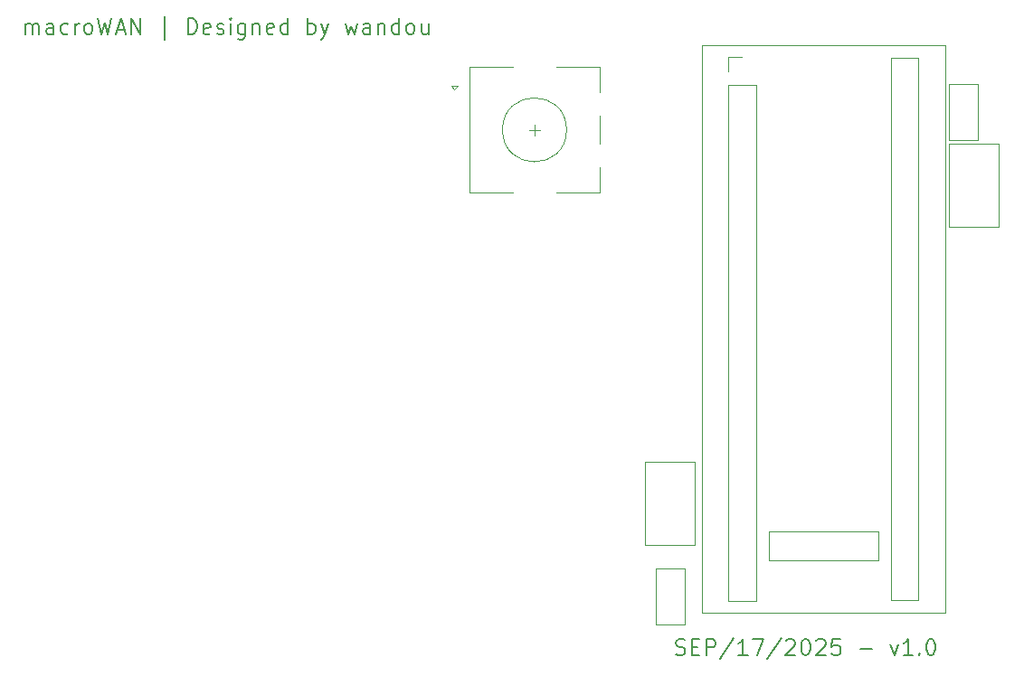
<source format=gto>
G04 #@! TF.GenerationSoftware,KiCad,Pcbnew,9.0.2*
G04 #@! TF.CreationDate,2025-09-21T22:05:50-04:00*
G04 #@! TF.ProjectId,vWAN-macropad,7657414e-2d6d-4616-9372-6f7061642e6b,v1*
G04 #@! TF.SameCoordinates,Original*
G04 #@! TF.FileFunction,Legend,Top*
G04 #@! TF.FilePolarity,Positive*
%FSLAX46Y46*%
G04 Gerber Fmt 4.6, Leading zero omitted, Abs format (unit mm)*
G04 Created by KiCad (PCBNEW 9.0.2) date 2025-09-21 22:05:50*
%MOMM*%
%LPD*%
G01*
G04 APERTURE LIST*
%ADD10C,0.187500*%
%ADD11C,0.120000*%
%ADD12C,2.200000*%
%ADD13C,1.600000*%
%ADD14R,1.700000X1.700000*%
%ADD15C,1.700000*%
%ADD16O,3.200000X2.000000*%
%ADD17R,2.000000X2.000000*%
%ADD18C,2.000000*%
%ADD19O,1.700000X1.700000*%
%ADD20C,1.701800*%
%ADD21C,3.000000*%
%ADD22C,3.987800*%
%ADD23R,1.600000X1.600000*%
%ADD24O,1.600000X1.600000*%
G04 APERTURE END LIST*
D10*
X129004497Y-78673678D02*
X129004497Y-77673678D01*
X129004497Y-77816535D02*
X129075926Y-77745107D01*
X129075926Y-77745107D02*
X129218783Y-77673678D01*
X129218783Y-77673678D02*
X129433069Y-77673678D01*
X129433069Y-77673678D02*
X129575926Y-77745107D01*
X129575926Y-77745107D02*
X129647355Y-77887964D01*
X129647355Y-77887964D02*
X129647355Y-78673678D01*
X129647355Y-77887964D02*
X129718783Y-77745107D01*
X129718783Y-77745107D02*
X129861640Y-77673678D01*
X129861640Y-77673678D02*
X130075926Y-77673678D01*
X130075926Y-77673678D02*
X130218783Y-77745107D01*
X130218783Y-77745107D02*
X130290212Y-77887964D01*
X130290212Y-77887964D02*
X130290212Y-78673678D01*
X131647355Y-78673678D02*
X131647355Y-77887964D01*
X131647355Y-77887964D02*
X131575926Y-77745107D01*
X131575926Y-77745107D02*
X131433069Y-77673678D01*
X131433069Y-77673678D02*
X131147355Y-77673678D01*
X131147355Y-77673678D02*
X131004497Y-77745107D01*
X131647355Y-78602250D02*
X131504497Y-78673678D01*
X131504497Y-78673678D02*
X131147355Y-78673678D01*
X131147355Y-78673678D02*
X131004497Y-78602250D01*
X131004497Y-78602250D02*
X130933069Y-78459392D01*
X130933069Y-78459392D02*
X130933069Y-78316535D01*
X130933069Y-78316535D02*
X131004497Y-78173678D01*
X131004497Y-78173678D02*
X131147355Y-78102250D01*
X131147355Y-78102250D02*
X131504497Y-78102250D01*
X131504497Y-78102250D02*
X131647355Y-78030821D01*
X133004498Y-78602250D02*
X132861640Y-78673678D01*
X132861640Y-78673678D02*
X132575926Y-78673678D01*
X132575926Y-78673678D02*
X132433069Y-78602250D01*
X132433069Y-78602250D02*
X132361640Y-78530821D01*
X132361640Y-78530821D02*
X132290212Y-78387964D01*
X132290212Y-78387964D02*
X132290212Y-77959392D01*
X132290212Y-77959392D02*
X132361640Y-77816535D01*
X132361640Y-77816535D02*
X132433069Y-77745107D01*
X132433069Y-77745107D02*
X132575926Y-77673678D01*
X132575926Y-77673678D02*
X132861640Y-77673678D01*
X132861640Y-77673678D02*
X133004498Y-77745107D01*
X133647354Y-78673678D02*
X133647354Y-77673678D01*
X133647354Y-77959392D02*
X133718783Y-77816535D01*
X133718783Y-77816535D02*
X133790212Y-77745107D01*
X133790212Y-77745107D02*
X133933069Y-77673678D01*
X133933069Y-77673678D02*
X134075926Y-77673678D01*
X134790211Y-78673678D02*
X134647354Y-78602250D01*
X134647354Y-78602250D02*
X134575925Y-78530821D01*
X134575925Y-78530821D02*
X134504497Y-78387964D01*
X134504497Y-78387964D02*
X134504497Y-77959392D01*
X134504497Y-77959392D02*
X134575925Y-77816535D01*
X134575925Y-77816535D02*
X134647354Y-77745107D01*
X134647354Y-77745107D02*
X134790211Y-77673678D01*
X134790211Y-77673678D02*
X135004497Y-77673678D01*
X135004497Y-77673678D02*
X135147354Y-77745107D01*
X135147354Y-77745107D02*
X135218783Y-77816535D01*
X135218783Y-77816535D02*
X135290211Y-77959392D01*
X135290211Y-77959392D02*
X135290211Y-78387964D01*
X135290211Y-78387964D02*
X135218783Y-78530821D01*
X135218783Y-78530821D02*
X135147354Y-78602250D01*
X135147354Y-78602250D02*
X135004497Y-78673678D01*
X135004497Y-78673678D02*
X134790211Y-78673678D01*
X135790211Y-77173678D02*
X136147354Y-78673678D01*
X136147354Y-78673678D02*
X136433068Y-77602250D01*
X136433068Y-77602250D02*
X136718783Y-78673678D01*
X136718783Y-78673678D02*
X137075926Y-77173678D01*
X137575926Y-78245107D02*
X138290212Y-78245107D01*
X137433069Y-78673678D02*
X137933069Y-77173678D01*
X137933069Y-77173678D02*
X138433069Y-78673678D01*
X138933068Y-78673678D02*
X138933068Y-77173678D01*
X138933068Y-77173678D02*
X139790211Y-78673678D01*
X139790211Y-78673678D02*
X139790211Y-77173678D01*
X142004497Y-79173678D02*
X142004497Y-77030821D01*
X144218782Y-78673678D02*
X144218782Y-77173678D01*
X144218782Y-77173678D02*
X144575925Y-77173678D01*
X144575925Y-77173678D02*
X144790211Y-77245107D01*
X144790211Y-77245107D02*
X144933068Y-77387964D01*
X144933068Y-77387964D02*
X145004497Y-77530821D01*
X145004497Y-77530821D02*
X145075925Y-77816535D01*
X145075925Y-77816535D02*
X145075925Y-78030821D01*
X145075925Y-78030821D02*
X145004497Y-78316535D01*
X145004497Y-78316535D02*
X144933068Y-78459392D01*
X144933068Y-78459392D02*
X144790211Y-78602250D01*
X144790211Y-78602250D02*
X144575925Y-78673678D01*
X144575925Y-78673678D02*
X144218782Y-78673678D01*
X146290211Y-78602250D02*
X146147354Y-78673678D01*
X146147354Y-78673678D02*
X145861640Y-78673678D01*
X145861640Y-78673678D02*
X145718782Y-78602250D01*
X145718782Y-78602250D02*
X145647354Y-78459392D01*
X145647354Y-78459392D02*
X145647354Y-77887964D01*
X145647354Y-77887964D02*
X145718782Y-77745107D01*
X145718782Y-77745107D02*
X145861640Y-77673678D01*
X145861640Y-77673678D02*
X146147354Y-77673678D01*
X146147354Y-77673678D02*
X146290211Y-77745107D01*
X146290211Y-77745107D02*
X146361640Y-77887964D01*
X146361640Y-77887964D02*
X146361640Y-78030821D01*
X146361640Y-78030821D02*
X145647354Y-78173678D01*
X146933068Y-78602250D02*
X147075925Y-78673678D01*
X147075925Y-78673678D02*
X147361639Y-78673678D01*
X147361639Y-78673678D02*
X147504496Y-78602250D01*
X147504496Y-78602250D02*
X147575925Y-78459392D01*
X147575925Y-78459392D02*
X147575925Y-78387964D01*
X147575925Y-78387964D02*
X147504496Y-78245107D01*
X147504496Y-78245107D02*
X147361639Y-78173678D01*
X147361639Y-78173678D02*
X147147354Y-78173678D01*
X147147354Y-78173678D02*
X147004496Y-78102250D01*
X147004496Y-78102250D02*
X146933068Y-77959392D01*
X146933068Y-77959392D02*
X146933068Y-77887964D01*
X146933068Y-77887964D02*
X147004496Y-77745107D01*
X147004496Y-77745107D02*
X147147354Y-77673678D01*
X147147354Y-77673678D02*
X147361639Y-77673678D01*
X147361639Y-77673678D02*
X147504496Y-77745107D01*
X148218782Y-78673678D02*
X148218782Y-77673678D01*
X148218782Y-77173678D02*
X148147354Y-77245107D01*
X148147354Y-77245107D02*
X148218782Y-77316535D01*
X148218782Y-77316535D02*
X148290211Y-77245107D01*
X148290211Y-77245107D02*
X148218782Y-77173678D01*
X148218782Y-77173678D02*
X148218782Y-77316535D01*
X149575926Y-77673678D02*
X149575926Y-78887964D01*
X149575926Y-78887964D02*
X149504497Y-79030821D01*
X149504497Y-79030821D02*
X149433068Y-79102250D01*
X149433068Y-79102250D02*
X149290211Y-79173678D01*
X149290211Y-79173678D02*
X149075926Y-79173678D01*
X149075926Y-79173678D02*
X148933068Y-79102250D01*
X149575926Y-78602250D02*
X149433068Y-78673678D01*
X149433068Y-78673678D02*
X149147354Y-78673678D01*
X149147354Y-78673678D02*
X149004497Y-78602250D01*
X149004497Y-78602250D02*
X148933068Y-78530821D01*
X148933068Y-78530821D02*
X148861640Y-78387964D01*
X148861640Y-78387964D02*
X148861640Y-77959392D01*
X148861640Y-77959392D02*
X148933068Y-77816535D01*
X148933068Y-77816535D02*
X149004497Y-77745107D01*
X149004497Y-77745107D02*
X149147354Y-77673678D01*
X149147354Y-77673678D02*
X149433068Y-77673678D01*
X149433068Y-77673678D02*
X149575926Y-77745107D01*
X150290211Y-77673678D02*
X150290211Y-78673678D01*
X150290211Y-77816535D02*
X150361640Y-77745107D01*
X150361640Y-77745107D02*
X150504497Y-77673678D01*
X150504497Y-77673678D02*
X150718783Y-77673678D01*
X150718783Y-77673678D02*
X150861640Y-77745107D01*
X150861640Y-77745107D02*
X150933069Y-77887964D01*
X150933069Y-77887964D02*
X150933069Y-78673678D01*
X152218783Y-78602250D02*
X152075926Y-78673678D01*
X152075926Y-78673678D02*
X151790212Y-78673678D01*
X151790212Y-78673678D02*
X151647354Y-78602250D01*
X151647354Y-78602250D02*
X151575926Y-78459392D01*
X151575926Y-78459392D02*
X151575926Y-77887964D01*
X151575926Y-77887964D02*
X151647354Y-77745107D01*
X151647354Y-77745107D02*
X151790212Y-77673678D01*
X151790212Y-77673678D02*
X152075926Y-77673678D01*
X152075926Y-77673678D02*
X152218783Y-77745107D01*
X152218783Y-77745107D02*
X152290212Y-77887964D01*
X152290212Y-77887964D02*
X152290212Y-78030821D01*
X152290212Y-78030821D02*
X151575926Y-78173678D01*
X153575926Y-78673678D02*
X153575926Y-77173678D01*
X153575926Y-78602250D02*
X153433068Y-78673678D01*
X153433068Y-78673678D02*
X153147354Y-78673678D01*
X153147354Y-78673678D02*
X153004497Y-78602250D01*
X153004497Y-78602250D02*
X152933068Y-78530821D01*
X152933068Y-78530821D02*
X152861640Y-78387964D01*
X152861640Y-78387964D02*
X152861640Y-77959392D01*
X152861640Y-77959392D02*
X152933068Y-77816535D01*
X152933068Y-77816535D02*
X153004497Y-77745107D01*
X153004497Y-77745107D02*
X153147354Y-77673678D01*
X153147354Y-77673678D02*
X153433068Y-77673678D01*
X153433068Y-77673678D02*
X153575926Y-77745107D01*
X155433068Y-78673678D02*
X155433068Y-77173678D01*
X155433068Y-77745107D02*
X155575926Y-77673678D01*
X155575926Y-77673678D02*
X155861640Y-77673678D01*
X155861640Y-77673678D02*
X156004497Y-77745107D01*
X156004497Y-77745107D02*
X156075926Y-77816535D01*
X156075926Y-77816535D02*
X156147354Y-77959392D01*
X156147354Y-77959392D02*
X156147354Y-78387964D01*
X156147354Y-78387964D02*
X156075926Y-78530821D01*
X156075926Y-78530821D02*
X156004497Y-78602250D01*
X156004497Y-78602250D02*
X155861640Y-78673678D01*
X155861640Y-78673678D02*
X155575926Y-78673678D01*
X155575926Y-78673678D02*
X155433068Y-78602250D01*
X156647354Y-77673678D02*
X157004497Y-78673678D01*
X157361640Y-77673678D02*
X157004497Y-78673678D01*
X157004497Y-78673678D02*
X156861640Y-79030821D01*
X156861640Y-79030821D02*
X156790211Y-79102250D01*
X156790211Y-79102250D02*
X156647354Y-79173678D01*
X158933068Y-77673678D02*
X159218783Y-78673678D01*
X159218783Y-78673678D02*
X159504497Y-77959392D01*
X159504497Y-77959392D02*
X159790211Y-78673678D01*
X159790211Y-78673678D02*
X160075925Y-77673678D01*
X161290212Y-78673678D02*
X161290212Y-77887964D01*
X161290212Y-77887964D02*
X161218783Y-77745107D01*
X161218783Y-77745107D02*
X161075926Y-77673678D01*
X161075926Y-77673678D02*
X160790212Y-77673678D01*
X160790212Y-77673678D02*
X160647354Y-77745107D01*
X161290212Y-78602250D02*
X161147354Y-78673678D01*
X161147354Y-78673678D02*
X160790212Y-78673678D01*
X160790212Y-78673678D02*
X160647354Y-78602250D01*
X160647354Y-78602250D02*
X160575926Y-78459392D01*
X160575926Y-78459392D02*
X160575926Y-78316535D01*
X160575926Y-78316535D02*
X160647354Y-78173678D01*
X160647354Y-78173678D02*
X160790212Y-78102250D01*
X160790212Y-78102250D02*
X161147354Y-78102250D01*
X161147354Y-78102250D02*
X161290212Y-78030821D01*
X162004497Y-77673678D02*
X162004497Y-78673678D01*
X162004497Y-77816535D02*
X162075926Y-77745107D01*
X162075926Y-77745107D02*
X162218783Y-77673678D01*
X162218783Y-77673678D02*
X162433069Y-77673678D01*
X162433069Y-77673678D02*
X162575926Y-77745107D01*
X162575926Y-77745107D02*
X162647355Y-77887964D01*
X162647355Y-77887964D02*
X162647355Y-78673678D01*
X164004498Y-78673678D02*
X164004498Y-77173678D01*
X164004498Y-78602250D02*
X163861640Y-78673678D01*
X163861640Y-78673678D02*
X163575926Y-78673678D01*
X163575926Y-78673678D02*
X163433069Y-78602250D01*
X163433069Y-78602250D02*
X163361640Y-78530821D01*
X163361640Y-78530821D02*
X163290212Y-78387964D01*
X163290212Y-78387964D02*
X163290212Y-77959392D01*
X163290212Y-77959392D02*
X163361640Y-77816535D01*
X163361640Y-77816535D02*
X163433069Y-77745107D01*
X163433069Y-77745107D02*
X163575926Y-77673678D01*
X163575926Y-77673678D02*
X163861640Y-77673678D01*
X163861640Y-77673678D02*
X164004498Y-77745107D01*
X164933069Y-78673678D02*
X164790212Y-78602250D01*
X164790212Y-78602250D02*
X164718783Y-78530821D01*
X164718783Y-78530821D02*
X164647355Y-78387964D01*
X164647355Y-78387964D02*
X164647355Y-77959392D01*
X164647355Y-77959392D02*
X164718783Y-77816535D01*
X164718783Y-77816535D02*
X164790212Y-77745107D01*
X164790212Y-77745107D02*
X164933069Y-77673678D01*
X164933069Y-77673678D02*
X165147355Y-77673678D01*
X165147355Y-77673678D02*
X165290212Y-77745107D01*
X165290212Y-77745107D02*
X165361641Y-77816535D01*
X165361641Y-77816535D02*
X165433069Y-77959392D01*
X165433069Y-77959392D02*
X165433069Y-78387964D01*
X165433069Y-78387964D02*
X165361641Y-78530821D01*
X165361641Y-78530821D02*
X165290212Y-78602250D01*
X165290212Y-78602250D02*
X165147355Y-78673678D01*
X165147355Y-78673678D02*
X164933069Y-78673678D01*
X166718784Y-77673678D02*
X166718784Y-78673678D01*
X166075926Y-77673678D02*
X166075926Y-78459392D01*
X166075926Y-78459392D02*
X166147355Y-78602250D01*
X166147355Y-78602250D02*
X166290212Y-78673678D01*
X166290212Y-78673678D02*
X166504498Y-78673678D01*
X166504498Y-78673678D02*
X166647355Y-78602250D01*
X166647355Y-78602250D02*
X166718784Y-78530821D01*
X189893069Y-136766334D02*
X190107355Y-136837762D01*
X190107355Y-136837762D02*
X190464497Y-136837762D01*
X190464497Y-136837762D02*
X190607355Y-136766334D01*
X190607355Y-136766334D02*
X190678783Y-136694905D01*
X190678783Y-136694905D02*
X190750212Y-136552048D01*
X190750212Y-136552048D02*
X190750212Y-136409191D01*
X190750212Y-136409191D02*
X190678783Y-136266334D01*
X190678783Y-136266334D02*
X190607355Y-136194905D01*
X190607355Y-136194905D02*
X190464497Y-136123476D01*
X190464497Y-136123476D02*
X190178783Y-136052048D01*
X190178783Y-136052048D02*
X190035926Y-135980619D01*
X190035926Y-135980619D02*
X189964497Y-135909191D01*
X189964497Y-135909191D02*
X189893069Y-135766334D01*
X189893069Y-135766334D02*
X189893069Y-135623476D01*
X189893069Y-135623476D02*
X189964497Y-135480619D01*
X189964497Y-135480619D02*
X190035926Y-135409191D01*
X190035926Y-135409191D02*
X190178783Y-135337762D01*
X190178783Y-135337762D02*
X190535926Y-135337762D01*
X190535926Y-135337762D02*
X190750212Y-135409191D01*
X191393068Y-136052048D02*
X191893068Y-136052048D01*
X192107354Y-136837762D02*
X191393068Y-136837762D01*
X191393068Y-136837762D02*
X191393068Y-135337762D01*
X191393068Y-135337762D02*
X192107354Y-135337762D01*
X192750211Y-136837762D02*
X192750211Y-135337762D01*
X192750211Y-135337762D02*
X193321640Y-135337762D01*
X193321640Y-135337762D02*
X193464497Y-135409191D01*
X193464497Y-135409191D02*
X193535926Y-135480619D01*
X193535926Y-135480619D02*
X193607354Y-135623476D01*
X193607354Y-135623476D02*
X193607354Y-135837762D01*
X193607354Y-135837762D02*
X193535926Y-135980619D01*
X193535926Y-135980619D02*
X193464497Y-136052048D01*
X193464497Y-136052048D02*
X193321640Y-136123476D01*
X193321640Y-136123476D02*
X192750211Y-136123476D01*
X195321640Y-135266334D02*
X194035926Y-137194905D01*
X196607355Y-136837762D02*
X195750212Y-136837762D01*
X196178783Y-136837762D02*
X196178783Y-135337762D01*
X196178783Y-135337762D02*
X196035926Y-135552048D01*
X196035926Y-135552048D02*
X195893069Y-135694905D01*
X195893069Y-135694905D02*
X195750212Y-135766334D01*
X197107354Y-135337762D02*
X198107354Y-135337762D01*
X198107354Y-135337762D02*
X197464497Y-136837762D01*
X199750211Y-135266334D02*
X198464497Y-137194905D01*
X200178783Y-135480619D02*
X200250211Y-135409191D01*
X200250211Y-135409191D02*
X200393069Y-135337762D01*
X200393069Y-135337762D02*
X200750211Y-135337762D01*
X200750211Y-135337762D02*
X200893069Y-135409191D01*
X200893069Y-135409191D02*
X200964497Y-135480619D01*
X200964497Y-135480619D02*
X201035926Y-135623476D01*
X201035926Y-135623476D02*
X201035926Y-135766334D01*
X201035926Y-135766334D02*
X200964497Y-135980619D01*
X200964497Y-135980619D02*
X200107354Y-136837762D01*
X200107354Y-136837762D02*
X201035926Y-136837762D01*
X201964497Y-135337762D02*
X202107354Y-135337762D01*
X202107354Y-135337762D02*
X202250211Y-135409191D01*
X202250211Y-135409191D02*
X202321640Y-135480619D01*
X202321640Y-135480619D02*
X202393068Y-135623476D01*
X202393068Y-135623476D02*
X202464497Y-135909191D01*
X202464497Y-135909191D02*
X202464497Y-136266334D01*
X202464497Y-136266334D02*
X202393068Y-136552048D01*
X202393068Y-136552048D02*
X202321640Y-136694905D01*
X202321640Y-136694905D02*
X202250211Y-136766334D01*
X202250211Y-136766334D02*
X202107354Y-136837762D01*
X202107354Y-136837762D02*
X201964497Y-136837762D01*
X201964497Y-136837762D02*
X201821640Y-136766334D01*
X201821640Y-136766334D02*
X201750211Y-136694905D01*
X201750211Y-136694905D02*
X201678782Y-136552048D01*
X201678782Y-136552048D02*
X201607354Y-136266334D01*
X201607354Y-136266334D02*
X201607354Y-135909191D01*
X201607354Y-135909191D02*
X201678782Y-135623476D01*
X201678782Y-135623476D02*
X201750211Y-135480619D01*
X201750211Y-135480619D02*
X201821640Y-135409191D01*
X201821640Y-135409191D02*
X201964497Y-135337762D01*
X203035925Y-135480619D02*
X203107353Y-135409191D01*
X203107353Y-135409191D02*
X203250211Y-135337762D01*
X203250211Y-135337762D02*
X203607353Y-135337762D01*
X203607353Y-135337762D02*
X203750211Y-135409191D01*
X203750211Y-135409191D02*
X203821639Y-135480619D01*
X203821639Y-135480619D02*
X203893068Y-135623476D01*
X203893068Y-135623476D02*
X203893068Y-135766334D01*
X203893068Y-135766334D02*
X203821639Y-135980619D01*
X203821639Y-135980619D02*
X202964496Y-136837762D01*
X202964496Y-136837762D02*
X203893068Y-136837762D01*
X205250210Y-135337762D02*
X204535924Y-135337762D01*
X204535924Y-135337762D02*
X204464496Y-136052048D01*
X204464496Y-136052048D02*
X204535924Y-135980619D01*
X204535924Y-135980619D02*
X204678782Y-135909191D01*
X204678782Y-135909191D02*
X205035924Y-135909191D01*
X205035924Y-135909191D02*
X205178782Y-135980619D01*
X205178782Y-135980619D02*
X205250210Y-136052048D01*
X205250210Y-136052048D02*
X205321639Y-136194905D01*
X205321639Y-136194905D02*
X205321639Y-136552048D01*
X205321639Y-136552048D02*
X205250210Y-136694905D01*
X205250210Y-136694905D02*
X205178782Y-136766334D01*
X205178782Y-136766334D02*
X205035924Y-136837762D01*
X205035924Y-136837762D02*
X204678782Y-136837762D01*
X204678782Y-136837762D02*
X204535924Y-136766334D01*
X204535924Y-136766334D02*
X204464496Y-136694905D01*
X207107352Y-136266334D02*
X208250210Y-136266334D01*
X209964495Y-135837762D02*
X210321638Y-136837762D01*
X210321638Y-136837762D02*
X210678781Y-135837762D01*
X212035924Y-136837762D02*
X211178781Y-136837762D01*
X211607352Y-136837762D02*
X211607352Y-135337762D01*
X211607352Y-135337762D02*
X211464495Y-135552048D01*
X211464495Y-135552048D02*
X211321638Y-135694905D01*
X211321638Y-135694905D02*
X211178781Y-135766334D01*
X212678780Y-136694905D02*
X212750209Y-136766334D01*
X212750209Y-136766334D02*
X212678780Y-136837762D01*
X212678780Y-136837762D02*
X212607352Y-136766334D01*
X212607352Y-136766334D02*
X212678780Y-136694905D01*
X212678780Y-136694905D02*
X212678780Y-136837762D01*
X213678781Y-135337762D02*
X213821638Y-135337762D01*
X213821638Y-135337762D02*
X213964495Y-135409191D01*
X213964495Y-135409191D02*
X214035924Y-135480619D01*
X214035924Y-135480619D02*
X214107352Y-135623476D01*
X214107352Y-135623476D02*
X214178781Y-135909191D01*
X214178781Y-135909191D02*
X214178781Y-136266334D01*
X214178781Y-136266334D02*
X214107352Y-136552048D01*
X214107352Y-136552048D02*
X214035924Y-136694905D01*
X214035924Y-136694905D02*
X213964495Y-136766334D01*
X213964495Y-136766334D02*
X213821638Y-136837762D01*
X213821638Y-136837762D02*
X213678781Y-136837762D01*
X213678781Y-136837762D02*
X213535924Y-136766334D01*
X213535924Y-136766334D02*
X213464495Y-136694905D01*
X213464495Y-136694905D02*
X213393066Y-136552048D01*
X213393066Y-136552048D02*
X213321638Y-136266334D01*
X213321638Y-136266334D02*
X213321638Y-135909191D01*
X213321638Y-135909191D02*
X213393066Y-135623476D01*
X213393066Y-135623476D02*
X213464495Y-135480619D01*
X213464495Y-135480619D02*
X213535924Y-135409191D01*
X213535924Y-135409191D02*
X213678781Y-135337762D01*
D11*
X187037000Y-118772000D02*
X187037000Y-126512000D01*
X191677000Y-118772000D02*
X187037000Y-118772000D01*
X191677000Y-118772000D02*
X191677000Y-126512000D01*
X191677000Y-126512000D02*
X187037000Y-126512000D01*
X192333000Y-79724000D02*
X215083000Y-79724000D01*
X192333000Y-132874000D02*
X192333000Y-79724000D01*
X194758000Y-80839000D02*
X196088000Y-80839000D01*
X194758000Y-82169000D02*
X194758000Y-80839000D01*
X194758000Y-83439000D02*
X197418000Y-83439000D01*
X194758000Y-131759000D02*
X194758000Y-83439000D01*
X197418000Y-83439000D02*
X197418000Y-131759000D01*
X197418000Y-131759000D02*
X194758000Y-131759000D01*
X198570000Y-125288000D02*
X198570000Y-127948000D01*
X198570000Y-127948000D02*
X208850000Y-127948000D01*
X208850000Y-125288000D02*
X198570000Y-125288000D01*
X208850000Y-127948000D02*
X208850000Y-125288000D01*
X210058000Y-80899000D02*
X212598000Y-80899000D01*
X210058000Y-131699000D02*
X210058000Y-80899000D01*
X212598000Y-80899000D02*
X212598000Y-131699000D01*
X212598000Y-131699000D02*
X210058000Y-131699000D01*
X215083000Y-79724000D02*
X215083000Y-132874000D01*
X215083000Y-132874000D02*
X192333000Y-132874000D01*
X168857000Y-83530000D02*
X169457000Y-83530000D01*
X169157000Y-83830000D02*
X168857000Y-83530000D01*
X169457000Y-83530000D02*
X169157000Y-83830000D01*
X170557000Y-81730000D02*
X170557000Y-93530000D01*
X174657000Y-81730000D02*
X170557000Y-81730000D01*
X174657000Y-93530000D02*
X170557000Y-93530000D01*
X176157000Y-87630000D02*
X177157000Y-87630000D01*
X176657000Y-87130000D02*
X176657000Y-88130000D01*
X178657000Y-81730000D02*
X182757000Y-81730000D01*
X182757000Y-81730000D02*
X182757000Y-84130000D01*
X182757000Y-86330000D02*
X182757000Y-88930000D01*
X182757000Y-91130000D02*
X182757000Y-93530000D01*
X182757000Y-93530000D02*
X178657000Y-93530000D01*
X179657000Y-87630000D02*
G75*
G02*
X173657000Y-87630000I-3000000J0D01*
G01*
X173657000Y-87630000D02*
G75*
G02*
X179657000Y-87630000I3000000J0D01*
G01*
X215485000Y-88967000D02*
X215485000Y-96707000D01*
X220125000Y-88967000D02*
X215485000Y-88967000D01*
X220125000Y-88967000D02*
X220125000Y-96707000D01*
X220125000Y-96707000D02*
X215485000Y-96707000D01*
X215419000Y-83359000D02*
X215419000Y-88599000D01*
X218159000Y-83359000D02*
X215419000Y-83359000D01*
X218159000Y-83359000D02*
X218159000Y-88599000D01*
X218159000Y-88599000D02*
X215419000Y-88599000D01*
X187987000Y-128698000D02*
X187987000Y-133938000D01*
X190727000Y-128698000D02*
X187987000Y-128698000D01*
X190727000Y-128698000D02*
X190727000Y-133938000D01*
X190727000Y-133938000D02*
X187987000Y-133938000D01*
%LPC*%
D12*
X220266000Y-135557000D03*
D13*
X189357000Y-120142000D03*
X189357000Y-125142000D03*
D12*
X220266000Y-78438000D03*
D14*
X196088000Y-82169000D03*
D15*
X196088000Y-84709000D03*
X196088000Y-87249000D03*
X196088000Y-89789000D03*
X196088000Y-92329000D03*
X196088000Y-94869000D03*
X196088000Y-97409000D03*
X196088000Y-99949000D03*
X196088000Y-102489000D03*
X196088000Y-105029000D03*
X196088000Y-107569000D03*
X196088000Y-110109000D03*
X196088000Y-112649000D03*
X196088000Y-115189000D03*
X196088000Y-117729000D03*
X196088000Y-120269000D03*
X196088000Y-122809000D03*
X196088000Y-125349000D03*
X196088000Y-127889000D03*
X196088000Y-130429000D03*
X211328000Y-130429000D03*
X211328000Y-127889000D03*
X211328000Y-125349000D03*
X211328000Y-122809000D03*
X211328000Y-120269000D03*
X211328000Y-117729000D03*
X211328000Y-115189000D03*
X211328000Y-112649000D03*
X211328000Y-110109000D03*
X211328000Y-107569000D03*
X211328000Y-105029000D03*
X211328000Y-102489000D03*
X211328000Y-99949000D03*
X211328000Y-97409000D03*
X211328000Y-94869000D03*
X211328000Y-92329000D03*
X211328000Y-89789000D03*
X211328000Y-87249000D03*
X211328000Y-84709000D03*
X211328000Y-82169000D03*
X207520000Y-126618000D03*
X204980000Y-126618000D03*
X202440000Y-126618000D03*
X199900000Y-126618000D03*
D16*
X176657000Y-82030000D03*
X176657000Y-93230000D03*
D17*
X169157000Y-85130000D03*
D18*
X169157000Y-90130000D03*
X169157000Y-87630000D03*
X183657000Y-90130000D03*
X183657000Y-85130000D03*
D13*
X217805000Y-90337000D03*
X217805000Y-95337000D03*
X216789000Y-84729000D03*
X216789000Y-87229000D03*
D12*
X125428000Y-78438000D03*
D14*
X165481000Y-85069000D03*
D19*
X165481000Y-87609000D03*
X165481000Y-90149000D03*
X165481000Y-92689000D03*
D13*
X189357000Y-130068000D03*
X189357000Y-132568000D03*
D12*
X125428000Y-135557000D03*
D20*
X162687000Y-123444000D03*
D21*
X160147000Y-118364000D03*
D22*
X157607000Y-123444000D03*
D21*
X153797000Y-120904000D03*
D20*
X152527000Y-123444000D03*
X181737000Y-123444000D03*
D21*
X179197000Y-118364000D03*
D22*
X176657000Y-123444000D03*
D21*
X172847000Y-120904000D03*
D20*
X171577000Y-123444000D03*
D23*
X167132000Y-112776000D03*
D24*
X167132000Y-105156000D03*
D20*
X143637000Y-104394000D03*
D21*
X141097000Y-99314000D03*
D22*
X138557000Y-104394000D03*
D21*
X134747000Y-101854000D03*
D20*
X133477000Y-104394000D03*
D23*
X129032000Y-131826000D03*
D24*
X129032000Y-124206000D03*
D23*
X129032000Y-112776000D03*
D24*
X129032000Y-105156000D03*
D23*
X148082000Y-131826000D03*
D24*
X148082000Y-124206000D03*
D20*
X143637000Y-123444000D03*
D21*
X141097000Y-118364000D03*
D22*
X138557000Y-123444000D03*
D21*
X134747000Y-120904000D03*
D20*
X133477000Y-123444000D03*
D23*
X148082000Y-112776000D03*
D24*
X148082000Y-105156000D03*
D23*
X167132000Y-131826000D03*
D24*
X167132000Y-124206000D03*
D23*
X187452000Y-93726000D03*
D24*
X187452000Y-86106000D03*
D20*
X181737000Y-104394000D03*
D21*
X179197000Y-99314000D03*
D22*
X176657000Y-104394000D03*
D21*
X172847000Y-101854000D03*
D20*
X171577000Y-104394000D03*
X162687000Y-104394000D03*
D21*
X160147000Y-99314000D03*
D22*
X157607000Y-104394000D03*
D21*
X153797000Y-101854000D03*
D20*
X152527000Y-104394000D03*
%LPD*%
M02*

</source>
